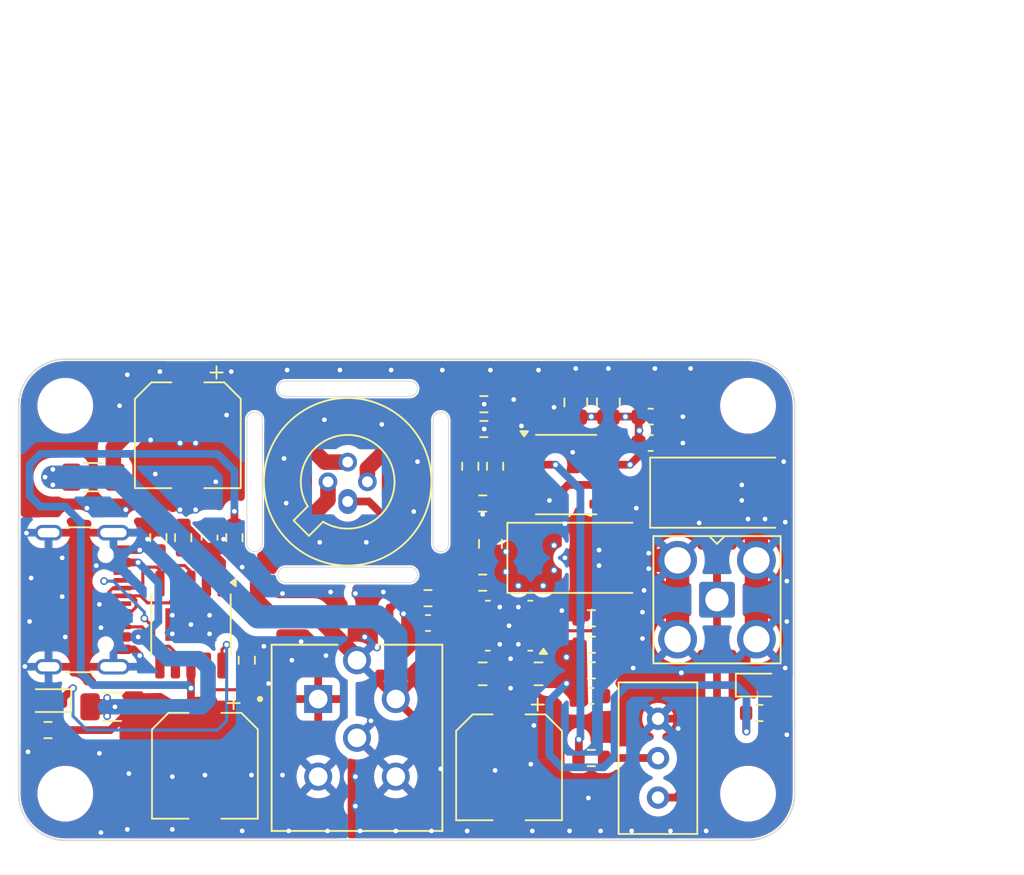
<source format=kicad_pcb>
(kicad_pcb (version 20240108) (generator "pcbnew") (generator_version "8.0")
  (layers (0 "F.Cu" signal) (1 "In1.Cu" signal) (2 "In2.Cu" signal) (31 "B.Cu" signal) (34 "B.Paste" user) (35 "F.Paste" user) (36 "B.SilkS" user "B.Silkscreen") (37 "F.SilkS" user "F.Silkscreen") (38 "B.Mask" user) (39 "F.Mask" user) (44 "Edge.Cuts" user))
  (net 0 "")
  (net 1 "/REFERENCE_VOLTAGE")
  (net 2 "GND")
  (net 3 "+15V")
  (net 4 "PD_VDD")
  (net 5 "GNDP")
  (net 6 "+20V")
  (net 7 "VBUS")
  (net 8 "Net-(D1-A)")
  (net 9 "Net-(D1-K)")
  (net 10 "Net-(F2-Pad1)")
  (net 13 "/USB_DN")
  (net 14 "/USB_DP")
  (net 15 "/USB_CC1")
  (net 16 "/USB_CC2")
  (net 17 "/ZENER_VOLTAGE")
  (net 18 "Net-(U1--)")
  (net 19 "Net-(R6-Pad1)")
  (net 23 "Net-(U2-CFG1)")
  (net 24 "Net-(U2-CFG2)")
  (net 25 "Net-(U2-CFG3)")
  (net 26 "/ZENER_HEATER")
  (net 27 "Net-(U5-NR{slash}SS)")
  (net 28 "Net-(U5-FB)")
  (net 29 "Net-(D2-A)")
  (net 30 "Net-(U5-EN)")
  (footprint "Capacitor_Tantalum_SMD:CP_EIA-7343-31_Kemet-D" (layer "F.Cu") (at 135.9 112.8)
    (property "Reference" "C10" (hide yes))
    (property "Value" "Tantalum 47uF 25V")
  )
  (footprint "Capacitor_SMD:C_0603_1608Metric" (layer "F.Cu") (at 112.3 111.5 -90)
    (property "Reference" "C8" (hide yes))
    (property "Value" "1uF")
  )
  (footprint "Capacitor_SMD:C_0603_1608Metric" (layer "F.Cu") (at 140.725 103.7 180)
    (property "Reference" "C14" (hide yes))
    (property "Value" "1uF")
  )
  (footprint "Resistor_SMD:R_0603_1608Metric" (layer "F.Cu") (at 136.9 120.05)
    (property "Reference" "R12" (hide yes))
    (property "Value" "180k")
  )
  (footprint "Capacitor_SMD:C_0805_2012Metric" (layer "F.Cu") (at 130.4 111.9 -90)
    (property "Reference" "C13" (hide yes))
    (property "Value" "10uF")
  )
  (footprint "Resistor_SMD:R_0603_1608Metric" (layer "F.Cu") (at 130.7 106.9 -90)
    (property "Reference" "R5" (hide yes))
    (property "Value" "R_Trim")
  )
  (footprint "Resistor_SMD:R_0603_1608Metric" (layer "F.Cu") (at 129.9 114.4)
    (property "Reference" "R9" (hide yes))
    (property "Value" "2.2k")
  )
  (footprint "Resistor_SMD:R_0603_1608Metric" (layer "F.Cu") (at 129.975 102.9)
    (property "Reference" "R2" (hide yes))
    (property "Value" "20k 0.01% 15ppm")
  )
  (footprint "Resistor_SMD:R_0603_1608Metric" (layer "F.Cu") (at 113.9 111.5 90)
    (property "Reference" "R21" (hide yes))
    (property "Value" "1k")
  )
  (footprint "Connector_USB:USB_C_Receptacle_GCT_USB4105-xx-A_16P_TopMnt_Horizontal" (layer "F.Cu") (at 103 115.5 -90)
    (property "Reference" "J1" (hide yes))
    (property "Value" "USB_C_Receptacle_USB2.0_16P" (hide yes))
  )
  (footprint "MountingHole:MountingHole_3.2mm_M3_ISO14580" (layer "F.Cu") (at 103 103)
    (property "Reference" "H1" (hide yes))
    (property "Value" "MountingHole" (hide yes))
  )
  (footprint "Package_SO:SSOP-10-1EP_3.9x4.9mm_P1mm_EP2.1x3.3mm" (layer "F.Cu") (at 111.1 117.1 -90)
    (property "Reference" "U2" (hide yes))
    (property "Value" "CH224K" (hide yes))
  )
  (footprint "Capacitor_SMD:C_0603_1608Metric" (layer "F.Cu") (at 136.9 121.7 180)
    (property "Reference" "C4" (hide yes))
    (property "Value" "10nF")
  )
  (footprint "Resistor_SMD:R_0603_1608Metric" (layer "F.Cu") (at 114.7 119.4 -90)
    (property "Reference" "R18" (hide yes))
    (property "Value" "0")
  )
  (footprint "LED_SMD:LED_0603_1608Metric" (layer "F.Cu") (at 101.9 122 180)
    (property "Reference" "D1" (hide yes))
    (property "Value" "LED")
  )
  (footprint "Resistor_SMD:R_0603_1608Metric" (layer "F.Cu") (at 129.9 109.3)
    (property "Reference" "R1" (hide yes))
    (property "Value" "1.5k 0.01% 15ppm")
  )
  (footprint "Resistor_SMD:R_0603_1608Metric" (layer "F.Cu") (at 136.9 125.7 180)
    (property "Reference" "R6" (hide yes))
    (property "Value" "4.99M")
  )
  (footprint "Resistor_SMD:R_0603_1608Metric" (layer "F.Cu") (at 147.7 122.8 180)
    (property "Reference" "R13" (hide yes))
    (property "Value" "10k")
  )
  (footprint "Package_SO:SOIC-8_3.9x4.9mm_P1.27mm" (layer "F.Cu") (at 135.275 107.435)
    (property "Reference" "U1" (hide yes))
    (property "Value" "OPA188xxD" (hide yes))
  )
  (footprint "Resistor_SMD:R_0603_1608Metric" (layer "F.Cu") (at 129.975 104.5 180)
    (property "Reference" "R4" (hide yes))
    (property "Value" "R_Trim")
  )
  (footprint "Potentiometer_THT:Potentiometer_Bourns_3296W_Vertical" (layer "F.Cu") (at 141.2 128.25 -90)
    (property "Reference" "RV1" (hide yes))
    (property "Value" "10k 100ppm")
  )
  (footprint "Fuse:Fuse_1206_3216Metric" (layer "F.Cu") (at 106 122.4)
    (property "Reference" "F2" (hide yes))
    (property "Value" "1A 60V")
  )
  (footprint "Capacitor_SMD:C_0805_2012Metric" (layer "F.Cu") (at 129.9 120.275 180)
    (property "Reference" "C16" (hide yes))
    (property "Value" "10uF")
  )
  (footprint "Resistor_SMD:R_0603_1608Metric" (layer "F.Cu") (at 109 111.5 -90)
    (property "Reference" "R20" (hide yes))
    (property "Value" "0")
  )
  (footprint "MountingHole:MountingHole_3.2mm_M3_ISO14580" (layer "F.Cu") (at 147 128)
    (property "Reference" "H4" (hide yes))
    (property "Value" "MountingHole" (hide yes))
  )
  (footprint "Library:BNX002" (layer "F.Cu") (at 121.8 124.4 90)
    (property "Reference" "FL1" (hide yes))
    (property "Value" "BNX002-11" (hide yes))
  )
  (footprint "LED_SMD:LED_0603_1608Metric" (layer "F.Cu") (at 147.7 121)
    (property "Reference" "D2" (hide yes))
    (property "Value" "LED")
  )
  (footprint "Package_TO_SOT_THT:Analog_TO-46-4_ThermalShield" (layer "F.Cu") (at 121.2 109.17 90)
    (property "Reference" "U4" (hide yes))
    (property "Value" "LM399")
  )
  (footprint "Fuse:Fuse_1206_3216Metric" (layer "F.Cu") (at 104.8 107.6)
    (property "Reference" "F3" (hide yes))
    (property "Value" "0.2A 60V")
  )
  (footprint "Resistor_SMD:R_0603_1608Metric" (layer "F.Cu") (at 129.1 106.9 90)
    (property "Reference" "R3" (hide yes))
    (property "Value" "9k 0.01% 15ppm")
  )
  (footprint "MountingHole:MountingHole_3.2mm_M3_ISO14580" (layer "F.Cu") (at 103 128)
    (property "Reference" "H3" (hide yes))
    (property "Value" "MountingHole" (hide yes))
  )
  (footprint "Connector_Coaxial:SMA_Amphenol_901-143_Horizontal" (layer "F.Cu") (at 145 115.5 -90)
    (property "Reference" "J2" (hide yes))
    (property "Value" "Conn_Coaxial" (hide yes))
  )
  (footprint "Capacitor_SMD:C_0603_1608Metric" (layer "F.Cu") (at 140.725 105.4 180)
    (property "Reference" "C15" (hide yes))
    (property "Value" "1uF")
  )
  (footprint "Resistor_SMD:R_0603_1608Metric" (layer "F.Cu") (at 136.9 116.7 180)
    (property "Reference" "R10" (hide yes))
    (property "Value" "10k")
  )
  (footprint "Resistor_SMD:R_0603_1608Metric" (layer "F.Cu") (at 126.375 115.4 180)
    (property "Reference" "R22" (hide yes))
    (property "Value" "0")
  )
  (footprint "Capacitor_SMD:C_0805_2012Metric" (layer "F.Cu") (at 133.5 120.275)
    (property "Reference" "C3" (hide yes))
    (property "Value" "10uF")
  )
  (footprint "Capacitor_SMD:C_0603_1608Metric" (layer "F.Cu") (at 126.375 117)
    (property "Reference" "C2" (hide yes))
    (property "Value" "10nF")
  )
  (footprint "Capacitor_SMD:C_0805_2012Metric" (layer "F.Cu") (at 135.9 102.785 -90)
    (property "Reference" "C11" (hide yes))
    (property "Value" "10uF")
  )
  (footprint "Resistor_SMD:R_0603_1608Metric" (layer "F.Cu") (at 110.6 111.5 -90)
    (property "Reference" "R19" (hide yes))
    (property "Value" "0")
  )
  (footprint "Capacitor_SMD:CP_Elec_6.3x7.7" (layer "F.Cu") (at 110.9 104.9 -90)
    (property "Reference" "C9" (hide yes))
    (property "Value" "Polymer 47uF 35V")
  )
  (footprint "Capacitor_SMD:CP_Elec_6.3x7.7" (layer "F.Cu") (at 112 126.2 -90)
    (property "Reference" "C17" (hide yes))
    (property "Value" "Polymer 47uF 35V")
  )
  (footprint "Resistor_SMD:R_0603_1608Metric" (layer "F.Cu") (at 136.9 118.4)
    (property "Reference" "R11" (hide yes))
    (property "Value" "330k")
  )
  (footprint "Capacitor_SMD:CP_Elec_6.3x7.7" (layer "F.Cu") (at 131.6 126.3 -90)
    (property "Reference" "C18" (hide yes))
    (property "Value" "Polymer 47uF 35V")
  )
  (footprint "Package_SO:Texas_DGN0008B_VSSOP-8-1EP_3x3mm_P0.65mm_EP2x3mm_Mask1.88x1.98mm" (layer "F.Cu") (at 131.6 117.175 180)
    (property "Reference" "U5" (hide yes))
    (property "Value" "TPS7A4901DGN" (hide yes))
  )
  (footprint "Capacitor_Tantalum_SMD:CP_EIA-7343-31_Kemet-D" (layer "F.Cu") (at 145.1 108.6)
    (property "Reference" "C1" (hide yes))
    (property "Value" "Tantalum 47uF 25V")
  )
  (footprint "Resistor_SMD:R_0603_1608Metric" (layer "F.Cu") (at 101.8875 123.9)
    (property "Reference" "R24" (hide yes))
    (property "Value" "10k")
  )
  (footprint "Capacitor_SMD:C_0805_2012Metric" (layer "F.Cu") (at 138 102.785 -90)
    (property "Reference" "C12" (hide yes))
    (property "Value" "10uF")
  )
  (footprint "MountingHole:MountingHole_3.2mm_M3_ISO14580" (layer "F.Cu") (at 147 103)
    (property "Reference" "H2" (hide yes))
    (property "Value" "MountingHole" (hide yes))
  )
  (gr_poly (pts (xy 127.391342 103.43806) (xy 127.504381 103.503323) (xy 127.596677 103.595619) (xy 127.66194 103.708658) (xy 127.695722 103.834737) (xy 127.7 103.9) (xy 127.7 111.9) (xy 127.695722 111.965263) (xy 127.66194 112.091342) (xy 127.596677 112.204381) (xy 127.504381 112.296677) (xy 127.391342 112.36194) (xy 127.265263 112.395722) (xy 127.134737 112.395722) (xy 127.008658 112.36194) (xy 126.895619 112.296677) (xy 126.803323 112.204381) (xy 126.73806 112.091342) (xy 126.704278 111.965263) (xy 126.7 111.9) (xy 126.7 103.9) (xy 126.704278 103.834737) (xy 126.73806 103.708658) (xy 126.803323 103.595619) (xy 126.895619 103.503323) (xy 127.008658 103.43806) (xy 127.134737 103.404278) (xy 127.265263 103.404278)) (stroke (width 0.05)) (fill none) (layer "Edge.Cuts"))
  (gr_line (start 150 103) (end 150 128) (stroke (width 0.1)) (layer "Edge.Cuts"))
  (gr_poly (pts (xy 125.265263 113.404278) (xy 125.391342 113.43806) (xy 125.504381 113.503323) (xy 125.596677 113.595619) (xy 125.66194 113.708658) (xy 125.695722 113.834737) (xy 125.695722 113.965263) (xy 125.66194 114.091342) (xy 125.596677 114.204381) (xy 125.504381 114.296677) (xy 125.391342 114.36194) (xy 125.265263 114.395722) (xy 125.2 114.4) (xy 117.2 114.4) (xy 117.134737 114.395722) (xy 117.008658 114.36194) (xy 116.895619 114.296677) (xy 116.803323 114.204381) (xy 116.73806 114.091342) (xy 116.704278 113.965263) (xy 116.704278 113.834737) (xy 116.73806 113.708658) (xy 116.803323 113.595619) (xy 116.895619 113.503323) (xy 117.008658 113.43806) (xy 117.134737 113.404278) (xy 117.2 113.4) (xy 125.2 113.4)) (stroke (width 0.05)) (fill none) (layer "Edge.Cuts"))
  (gr_arc (start 103 131) (mid 100.87868 130.12132) (end 100 128) (stroke (width 0.1)) (layer "Edge.Cuts"))
  (gr_poly (pts (xy 125.265263 101.404278) (xy 125.391342 101.43806) (xy 125.504381 101.503323) (xy 125.596677 101.595619) (xy 125.66194 101.708658) (xy 125.695722 101.834737) (xy 125.695722 101.965263) (xy 125.66194 102.091342) (xy 125.596677 102.204381) (xy 125.504381 102.296677) (xy 125.391342 102.36194) (xy 125.265263 102.395722) (xy 125.2 102.4) (xy 117.2 102.4) (xy 117.134737 102.395722) (xy 117.008658 102.36194) (xy 116.895619 102.296677) (xy 116.803323 102.204381) (xy 116.73806 102.091342) (xy 116.704278 101.965263) (xy 116.704278 101.834737) (xy 116.73806 101.708658) (xy 116.803323 101.595619) (xy 116.895619 101.503323) (xy 117.008658 101.43806) (xy 117.134737 101.404278) (xy 117.2 101.4) (xy 125.2 101.4)) (stroke (width 0.05)) (fill none) (layer "Edge.Cuts"))
  (gr_line (start 103 100) (end 147 100) (stroke (width 0.1)) (layer "Edge.Cuts"))
  (gr_arc (start 150 128) (mid 149.12132 130.12132) (end 147 131) (stroke (width 0.1)) (layer "Edge.Cuts"))
  (gr_poly (pts (xy 115.391342 103.43806) (xy 115.504381 103.503323) (xy 115.596677 103.595619) (xy 115.66194 103.708658) (xy 115.695722 103.834737) (xy 115.7 103.9) (xy 115.7 111.9) (xy 115.695722 111.965263) (xy 115.66194 112.091342) (xy 115.596677 112.204381) (xy 115.504381 112.296677) (xy 115.391342 112.36194) (xy 115.265263 112.395722) (xy 115.134737 112.395722) (xy 115.008658 112.36194) (xy 114.895619 112.296677) (xy 114.803323 112.204381) (xy 114.73806 112.091342) (xy 114.704278 111.965263) (xy 114.7 111.9) (xy 114.7 103.9) (xy 114.704278 103.834737) (xy 114.73806 103.708658) (xy 114.803323 103.595619) (xy 114.895619 103.503323) (xy 115.008658 103.43806) (xy 115.134737 103.404278) (xy 115.265263 103.404278)) (stroke (width 0.05)) (fill none) (layer "Edge.Cuts"))
  (gr_line (start 147 131) (end 103 131) (stroke (width 0.1)) (layer "Edge.Cuts"))
  (gr_line (start 100 128) (end 100 103) (stroke (width 0.1)) (layer "Edge.Cuts"))
  (gr_arc (start 100 103) (mid 100.87868 100.87868) (end 103 100) (stroke (width 0.1)) (layer "Edge.Cuts"))
  (gr_arc (start 147 100) (mid 149.12132 100.87868) (end 150 103) (stroke (width 0.1)) (layer "Edge.Cuts"))
  (segment (start 131.7 110.4) (end 134.2 110.4) (width 0.5) (layer "F.Cu") (net 1))
  (segment (start 137.75 108.07) (end 141.4575 108.07) (width 0.5) (layer "F.Cu") (net 1))
  (segment (start 141.4575 108.07) (end 141.9875 108.6) (width 0.5) (layer "F.Cu") (net 1))
  (segment (start 130.7 107.725) (end 130.7 109.275) (width 0.5) (layer "F.Cu") (net 1))
  (segment (start 135.1 109.5) (end 135.1 108.4) (width 0.5) (layer "F.Cu") (net 1))
  (segment (start 141.9875 108.6) (end 144.4 108.6) (width 0.5) (layer "F.Cu") (net 1))
  (segment (start 145 123) (end 143 125) (width 0.5) (layer "F.Cu") (net 1))
  (segment (start 145 113.7) (end 145 115.5) (width 0.5) (layer "F.Cu") (net 1))
  (segment (start 130.725 109.425) (end 131.7 110.4) (width 0.5) (layer "F.Cu") (net 1))
  (segment (start 144.4 108.6) (end 145 109.2) (width 0.5) (layer "F.Cu") (net 1))
  (segment (start 129.1 107.725) (end 130.7 107.725) (width 0.5) (layer "F.Cu") (net 1))
  (segment (start 130.725 109.3) (end 130.875 109.3) (width 0.5) (layer "F.Cu") (net 1))
  (segment (start 145 109.2) (end 145 113.7) (width 0.5) (layer "F.Cu") (net 1))
  (segment (start 135.1 108.4) (end 135.4 108.1) (width 0.5) (layer "F.Cu") (net 1))
  (segment (start 143 127.6) (end 142.35 128.25) (width 0.5) (layer "F.Cu") (net 1))
  (segment (start 134.2 110.4) (end 135.1 109.5) (width 0.5) (layer "F.Cu") (net 1))
  (segment (start 130.725 109.3) (end 130.725 109.425) (width 0.5) (layer "F.Cu") (net 1))
  (segment (start 142.35 128.25) (end 141.2 128.25) (width 0.5) (layer "F.Cu") (net 1))
  (segment (start 145 113.7) (end 145 123) (width 0.5) (layer "F.Cu") (net 1))
  (segment (start 143 125) (end 143 127.6) (width 0.5) (layer "F.Cu") (net 1))
  (segment (start 130.7 109.275) (end 130.725 109.3) (width 0.5) (layer "F.Cu") (net 1))
  (segment (start 137.72 108.1) (end 137.75 108.07) (width 0.5) (layer "F.Cu") (net 1))
  (segment (start 135.4 108.1) (end 137.72 108.1) (width 0.5) (layer "F.Cu") (net 1))
  (segment (start 122.47 107.9) (end 122.47 107.04223) (width 1) (layer "F.Cu") (net 2))
  (segment (start 141.5 105.4) (end 142.8 105.4) (width 0.5) (layer "F.Cu") (net 2))
  (segment (start 125.4 117) (end 124.8 116.4) (width 0.5) (layer "F.Cu") (net 2))
  (segment (start 128.95 102.7) (end 129.15 102.9) (width 1) (layer "F.Cu") (net 2))
  (segment (start 143.7 119.28) (end 142.46 118.04) (width 0.5) (layer "F.Cu") (net 2))
  (segment (start 116.2 116.4) (end 119 116.4) (width 1) (layer "F.Cu") (net 2))
  (segment (start 142.46 112.96) (end 142.46 118.04) (width 1.5) (layer "F.Cu") (net 2))
  (segment (start 147.54 109.2725) (end 148.2125 108.6) (width 1.5) (layer "F.Cu") (net 2))
  (segment (start 132.8 109.34) (end 133.96 109.34) (width 0.5) (layer "F.Cu") (net 2))
  (segment (start 122.47 107.04223) (end 126.81223 102.7) (width 1) (layer "F.Cu") (net 2))
  (segment (start 143.7 122.3) (end 143.7 119.28) (width 0.5) (layer "F.Cu") (net 2))
  (segment (start 129.9 110.45) (end 130.4 110.95) (width 0.5) (layer "F.Cu") (net 2))
  (segment (start 142.83 123.17) (end 143.7 122.3) (width 0.5) (layer "F.Cu") (net 2))
  (segment (start 146.9125 118.6675) (end 147.54 118.04) (width 0.5) (layer "F.Cu") (net 2))
  (segment (start 129.9 110) (end 129.9 110.45) (width 0.5) (layer "F.Cu") (net 2))
  (segment (start 125.6 117) (end 125.4 117) (width 0.5) (layer "F.Cu") (net 2))
  (segment (start 141.5 103.7) (end 142.8 103.7) (width 0.5) (layer "F.Cu") (net 2))
  (segment (start 121.8 119.2) (end 121.8 119.4) (width 1) (layer "F.Cu") (net 2))
  (segment (start 119 116.4) (end 121.8 119.2) (width 1) (layer "F.Cu") (net 2))
  (segment (start 129.15 102.9) (end 129.15 104.5) (width 1) (layer "F.Cu") (net 2))
  (segment (start 135.575 116.2) (end 136.075 116.7) (width 0.5) (layer "F.Cu") (net 2))
  (segment (start 115.4 115.6) (end 116.2 116.4) (width 1) (layer "F.Cu") (net 2))
  (segment (start 115.4 113.6) (end 115.4 115.6) (width 1) (layer "F.Cu") (net 2))
  (segment (start 133.96 109.34) (end 134.2 109.1) (width 0.5) (layer "F.Cu") (net 2))
  (segment (start 133.8 116.2) (end 135.575 116.2) (width 0.5) (layer "F.Cu") (net 2))
  (segment (start 146.9125 121) (end 146.9125 118.6675) (width 0.5) (layer "F.Cu") (net 2))
  (segment (start 147.54 112.96) (end 147.54 109.2725) (width 1.5) (layer "F.Cu") (net 2))
  (segment (start 138 101.835) (end 138 100.6) (width 0.5) (layer "F.Cu") (net 2))
  (segment (start 142.46 112.96) (end 139.1725 112.96) (width 1.5) (layer "F.Cu") (net 2))
  (segment (start 147.54 118.04) (end 147.54 112.96) (width 1.5) (layer "F.Cu") (net 2))
  (segment (start 119.93 109.07) (end 115.4 113.6) (width 1) (layer "F.Cu") (net 2))
  (segment (start 148.2125 108.6) (end 146.6 108.6) (width 1.5) (layer "F.Cu") (net 2))
  (segment (start 126.81223 102.7) (end 128.95 102.7) (width 1) (layer "F.Cu") (net 2))
  (segment (start 129.15 102.9) (end 130 102.9) (width 0.5) (layer "F.Cu") (net 2))
  (segment (start 119.93 107.9) (end 119.93 109.07) (width 1) (layer "F.Cu") (net 2))
  (segment (start 129.15 104.5) (end 130 104.5) (width 0.5) (layer "F.Cu") (net 2))
  (segment (start 141.2 123.17) (end 142.83 123.17) (width 0.5) (layer "F.Cu") (net 2))
  (segment (start 110.9 107.6) (end 110.9 105.5) (width 1) (layer "F.Cu") (net 2))
  (segment (start 110.9 107.6) (end 110.9 109.5) (width 1) (layer "F.Cu") (net 2))
  (segment (start 139.0125 112.8) (end 137.4 112.8) (width 1.5) (layer "F.Cu") (net 2))
  (segment (start 135.9 101.835) (end 135.9 100.6) (width 0.5) (layer "F.Cu") (net 2))
  (segment (start 139.1725 112.96) (end 139.0125 112.8) (width 1.5) (layer "F.Cu") (net 2))
  (via (at 123.090327 118.581997) (size 0.5) (drill 0.3) (layers "F.Cu" "B.Cu") (net 2))
  (via (at 107 101) (size 0.5) (drill 0.3) (layers "F.Cu" "B.Cu") (net 2))
  (via (at 132.4 104.3) (size 0.5) (drill 0.3) (layers "F.Cu" "B.Cu") (net 2))
  (via (at 106.5 103) (size 0.5) (drill 0.3) (layers "F.Cu" "B.Cu") (net 2))
  (via (at 121.7 126.9) (size 0.5) (drill 0.3) (layers "F.Cu" "B.Cu") (net 2))
  (via (at 130 104.5) (size 0.5) (drill 0.3) (layers "F.Cu" "B.Cu") (net 2))
  (via (at 125.7 106.6) (size 0.5) (drill 0.3) (layers "F.Cu" "B.Cu") (net 2))
  (via (at 133.5 100.7) (size 0.5) (drill 0.3) (layers "F.Cu" "B.Cu") (net 2))
  (via (at 142.8 103.7) (size 0.5) (drill 0.3) (layers "F.Cu" "B.Cu") (net 2))
  (via (at 138 100.6) (size 0.5) (drill 0.3) (layers "F.Cu" "B.Cu") (net 2))
  (via (at 113.7 100.8) (size 0.5) (drill 0.3) (layers "F.Cu" "B.Cu") (net 2))
  (via (at 140.3 114.9) (size 0.5) (drill 0.3) (layers "F.Cu" "B.Cu") (net 2))
  (via (at 108.8 107.4) (size 0.5) (drill 0.3) (layers "F.Cu" "B.Cu") (net 2))
  (via (at 149.5 116.9) (size 0.5) (drill 0.3) (layers "F.Cu" "B.Cu") (net 2))
  (via (at 139.8 109.6) (size 0.5) (drill 0.3) (layers "F.Cu" "B.Cu") (net 2))
  (via (at 149.3 106.6) (size 0.5) (drill 0.3) (layers "F.Cu" "B.Cu") (net 2))
  (via (at 134.2 109.1) (size 0.5) (drill 0.3) (layers "F.Cu" "B.Cu") (net 2))
  (via (at 142.7 120.2) (size 0.5) (drill 0.3) (layers "F.Cu" "B.Cu") (net 2))
  (via (at 143.3 100.6) (size 0.5) (drill 0.3) (layers "F.Cu" "B.Cu") (net 2))
  (via (at 147 110.3) (size 0.5) (drill 0.3) (layers "F.Cu" "B.Cu") (net 2))
  (via (at 140.2 118) (size 0.5) (drill 0.3) (layers "F.Cu" "B.Cu") (net 2))
  (via (at 104.4 109.6) (size 0.5) (drill 0.3) (layers "F.Cu" "B.Cu") (net 2))
  (via (at 137.4 112.3) (size 0.5) (drill 0.3) (layers "F.Cu" "B.Cu") (net 2))
  (via (at 141 100.6) (size 0.5) (drill 0.3) (layers "F.Cu" "B.Cu") (net 2))
  (via (at 135.2 112.8) (size 0.5) (drill 0.3) (layers "F.Cu" "B.Cu") (net 2))
  (via (at 132.2 115.975) (size 0.5) (drill 0.3) (layers "F.Cu" "B.Cu") (net 2))
  (via (at 127.2 126.4) (size 0.5) (drill 0.3) (layers "F.Cu" "B.Cu") (net 2))
  (via (at 134.5 103.1) (size 0.5) (drill 0.3) (layers "F.Cu" "B.Cu") (net 2))
  (via (at 143.850247 110.550862) (size 0.5) (drill 0.3) (layers "F.Cu" "B.Cu") (net 2))
  (via (at 140.2 116.3) (size 0.5) (drill 0.3) (layers "F.Cu" "B.Cu") (net 2))
  (via (at 131.7 119.3) (size 0.5) (drill 0.3) (layers "F.Cu" "B.Cu") (net 2))
  (via (at 146.6 109.1) (size 0.5) (drill 0.3) (layers "F.Cu" "B.Cu") (net 2))
  (via (at 125.460503 109.816251) (size 0.5) (drill 0.3) (layers "F.Cu" "B.Cu") (net 2))
  (via (at 135.2 110.6) (size 0.5) (drill 0.3) (layers "F.Cu" "B.Cu") (net 2))
  (via (at 139.5 130.4) (size 0.5) (drill 0.3) (layers "F.Cu" "B.Cu") (net 2))
  (via (at 132.2 118.375) (size 0.5) (drill 0.3) (layers "F.Cu" "B.Cu") (net 2))
  (via (at 124.8 116.4) (size 0.5) (drill 0.3) (layers "F.Cu" "B.Cu") (net 2))
  (via (at 112.7 107.9) (size 0.5) (drill 0.3) (layers "F.Cu" "B.Cu") (net 2))
  (via (at 131 118.375) (size 0.5) (drill 0.3) (layers "F.Cu" "B.Cu") (net 2))
  (via (at 128.9 130.4) (size 0.5) (drill 0.3) (layers "F.Cu" "B.Cu") (net 2))
  (via (at 110.4 105.4) (size 0.5) (drill 0.3) (layers "F.Cu" "B.Cu") (net 2))
  (via (at 121.7 115.1) (size 0.5) (drill 0.3) (layers "F.Cu" "B.Cu") (net 2))
  (via (at 149.4 110.5) (size 0.5) (drill 0.3) (layers "F.Cu" "B.Cu") (net 2))
  (via (at 130.7 126.5) (size 0.5) (drill 0.3) (layers "F.Cu" "B.Cu") (net 2))
  (via (at 137.5 130.4) (size 0.5) (drill 0.3) (layers "F.Cu" "B.Cu") (net 2))
  (via (at 149.4 119.9) (size 0.5) (drill 0.3) (layers "F.Cu" "B.Cu") (net 2))
  (via (at 140.6 113.5) (size 0.5) (drill 0.3) (layers "F.Cu" "B.Cu") (net 2))
  (via (at 113.4 103.6) (size 0.5) (drill 0.3) (layers "F.Cu" "B.Cu") (net 2))
  (via (at 148.1 110.3) (size 0.5) (drill 0.3) (layers "F.Cu" "B.Cu") (net 2))
  (via (at 142.5 123.8) (size 0.5) (drill 0.3) (layers "F.Cu" "B.Cu") (net 2))
  (via (at 142.8 105.4) (size 0.5) (drill 0.3) (layers "F.Cu" "B.Cu") (net 2))
  (via (at 119.7 103.9) (size 0.5) (drill 0.3) (layers "F.Cu" "B.Cu") (net 2))
  (via (at 149.5 114.3) (size 0.5) (drill 0.3) (layers "F.Cu" "B.Cu") (net 2))
  (via (at 124.3 130.4) (size 0.5) (drill 0.3) (layers "F.Cu" "B.Cu") (net 2))
  (via (at 135 116.2) (size 0.5) (drill 0.3) (layers "F.Cu" "B.Cu") (net 2))
  (via (at 123.4 104.2) (size 0.5) (drill 0.3) (layers "F.Cu" "B.Cu") (net 2))
  (via (at 123.5 115) (size 0.5) (drill 0.3) (layers "F.Cu" "B.Cu") (net 2))
  (via (at 139.6 119.9) (size 0.5) (drill 0.3) (layers "F.Cu" "B.Cu") (net 2))
  (via (at 122.7 123.3) (size 0.5) (drill 0.3) (layers "F.Cu" "B.Cu") (net 2))
  (via (at 121.7 128.8) (size 0.5) (drill 0.3) (layers "F.Cu" "B.Cu") (net 2))
  (via (at 133.2 123.6) (size 0.5) (drill 0.3) (layers "F.Cu" "B.Cu") (net 2))
  (via (at 135.9 100.6) (size 0.5) (drill 0.3) (layers "F.Cu" "B.Cu") (net 2))
  (via (at 111.4 109.7) (size 0.5) (drill 0.3) (layers "F.Cu" "B.Cu") (net 2))
  (via (at 122.4 111.8) (size 0.5) (drill 0.3) (layers "F.Cu" "B.Cu") (net 2))
  (via (at 117.238965 109.274377) (size 0.5) (drill 0.3) (layers "F.Cu" "B.Cu") (net 2))
  (via (at 149.5 124.2) (size 0.5) (drill 0.3) (layers "F.Cu" "B.Cu") (net 2))
  (via (at 129.9 110) (size 0.5) (drill 0.3) (layers "F.Cu" "B.Cu") (net 2))
  (via (at 136.714993 128.27586) (size 0.5) (drill 0.3) (layers "F.Cu" "B.Cu") (net 2))
  (via (at 131.9 102.6) (size 0.5) (drill 0.3) (layers "F.Cu" "B.Cu") (net 2))
  (via (at 124 100.7) (size 0.5) (drill 0.3) (layers "F.Cu" "B.Cu") (net 2))
  (via (at 140.6 112.5) (size 0.5) (drill 0.3) (layers "F.Cu" "B.Cu") (net 2))
  (via (at 144.3 130.4) (size 0.5) (drill 0.3) (layers "F.Cu" "B.Cu") (net 2))
  (via (at 135.7 106) (size 0.5) (drill 0.3) (layers "F.Cu" "B.Cu") (net 2))
  (via (at 131.6 117.175) (size 0.5) (drill 0.3) (layers "F.Cu" "B.Cu") (net 2))
  (via (at 111.4 105.4) (size 0.5) (drill 0.3) (layers "F.Cu" "B.Cu") (net 2))
  (via (at 142 130.4) (size 0.5) (drill 0.3) (layers "F.Cu" "B.Cu") (net 2))
  (via (at 127.3 100.7) (size 0.5) (drill 0.3) (layers "F.Cu" "B.Cu") (net 2))
  (via (at 133.1 130.4) (size 0.5) (drill 0.3) (layers "F.Cu" "B.Cu") (net 2))
  (via (at 133 126.1) (size 0.5) (drill 0.3) (layers "F.Cu" "B.Cu") (net 2))
  (via (at 146.6 108.1) (size 0.5) (drill 0.3) (layers "F.Cu" "B.Cu") (net 2))
  (via (at 137.4 113.3) (size 0.5) (drill 0.3) (layers "F.Cu" "B.Cu") (net 2))
  (via (at 117.1 106.4) (size 0.5) (drill 0.3) (layers "F.Cu" "B.Cu") (net 2))
  (via (at 131.7 121.2) (size 0.5) (drill 0.3) (layers "F.Cu" "B.Cu") (net 2))
  (via (at 131 115.975) (size 0.5) (drill 0.3) (layers "F.Cu" "B.Cu") (net 2))
  (via (at 122 130.4) (size 0.5) (drill 0.3) (layers "F.Cu" "B.Cu") (net 2))
  (via (at 108.5 105.2) (size 0.5) (drill 0.3) (layers "F.Cu" "B.Cu") (net 2))
  (via (at 130 102.9) (size 0.5) (drill 0.3) (layers "F.Cu" "B.Cu") (net 2))
  (via (at 126.6 130.4) (size 0.5) (drill 0.3) (layers "F.Cu" "B.Cu") (net 2))
  (via (at 119.4 111.8) (size 0.5) (drill 0.3) (layers "F.Cu" "B.Cu") (net 2))
  (via (at 106.9 109.7) (size 0.5) (drill 0.3) (layers "F.Cu" "B.Cu") (net 2))
  (via (at 120.7 100.7) (size 0.5) (drill 0.3) (layers "F.Cu" "B.Cu") (net 2))
  (via (at 135.5 130.4) (size 0.5) (drill 0.3) (layers "F.Cu" "B.Cu") (net 2))
  (via (at 130.4 100.7) (size 0.5) (drill 0.3) (layers "F.Cu" "B.Cu") (net 2))
  (via (at 109.1 100.8) (size 0.5) (drill 0.3) (layers "F.Cu" "B.Cu") (net 2))
  (via (at 110.4 109.7) (size 0.5) (drill 0.3) (layers "F.Cu" "B.Cu") (net 2))
  (via (at 117.3 100.7) (size 0.5) (drill 0.3) (layers "F.Cu" "B.Cu") (net 2))
  (via (at 122.3 117.9) (size 0.5) (drill 0.3) (layers "F.Cu" "B.Cu") (net 2))
  (segment (start 135.935 103.7) (end 135.9 103.735) (width 0.5) (layer "F.Cu") (net 3))
  (segment (start 137.75 106.8) (end 139.4 106.8) (width 0.5) (layer "F.Cu") (net 3))
  (segment (start 139.95 103.7) (end 135.935 103.7) (width 0.5) (layer "F.Cu") (net 3))
  (segment (start 139.95 106.25) (end 139.95 103.7) (width 0.5) (layer "F.Cu") (net 3))
  (segment (start 146.875 122.8) (end 146.875 123.975) (width 0.5) (layer "F.Cu") (net 3))
  (segment (start 139.4 106.8) (end 139.95 106.25) (width 0.5) (layer "F.Cu") (net 3))
  (segment (start 146.875 123.975) (end 146.9 124) (width 0.5) (layer "F.Cu") (net 3))
  (via (at 131.4 113.7) (size 0.5) (drill 0.3) (layers "F.Cu" "B.Cu") (net 3))
  (via (at 134.5 112) (size 0.5) (drill 0.3) (layers "F.Cu" "B.Cu") (net 3))
  (via (at 134.5 113.6) (size 0.5) (drill 0.3) (layers "F.Cu" "B.Cu") (net 3))
  (via (at 139.4 106.8) (size 0.5) (drill 0.3) (layers "F.Cu" "B.Cu") (net 3))
  (via (at 131.4 112.4) (size 0.5) (drill 0.3) (layers "F.Cu" "B.Cu") (net 3))
  (via (at 135.3 120.9) (size 0.5) (drill 0.3) (layers "F.Cu" "B.Cu") (net 3))
  (via (at 146.9 124) (size 0.5) (drill 0.3) (layers "F.Cu" "B.Cu") (net 3))
  (via (at 140 104.6) (size 0.5) (drill 0.3) (layers "F.Cu" "B.Cu") (net 3))
  (via (at 133.8 114.6) (size 0.5) (drill 0.3) (layers "F.Cu" "B.Cu") (net 3))
  (via (at 135.3 119.2) (size 0.5) (drill 0.3) (layers "F.Cu" "B.Cu") (net 3))
  (via (at 132.2 114.6) (size 0.5) (drill 0.3) (layers "F.Cu" "B.Cu") (net 3))
  (via (at 139.1 103.7) (size 0.5) (drill 0.3) (layers "F.Cu" "B.Cu") (net 3))
  (via (at 136.9 103.7) (size 0.5) (drill 0.3) (layers "F.Cu" "B.Cu") (net 3))
  (segment (start 134.2 122) (end 134.2 125.5) (width 0.5) (layer "B.Cu") (net 3))
  (segment (start 138.4 125.6) (end 138.4 121.8) (width 0.5) (layer "B.Cu") (net 3))
  (segment (start 135.3 120.9) (end 134.2 122) (width 0.5) (layer "B.Cu") (net 3))
  (segment (start 134.2 125.5) (end 135 126.3) (width 0.5) (layer "B.Cu") (net 3))
  (segment (start 146.2 121) (end 146.9 121.7) (width 0.5) (layer "B.Cu") (net 3))
  (segment (start 139.2 121) (end 146.2 121) (width 0.5) (layer "B.Cu") (net 3))
  (segment (start 135 126.3) (end 137.7 126.3) (width 0.5) (layer "B.Cu") (net 3))
  (segment (start 146.9 121.7) (end 146.9 124) (width 0.5) (layer "B.Cu") (net 3))
  (segment (start 138.4 121.8) (end 139.2 121) (width 0.5) (layer "B.Cu") (net 3))
  (segment (start 137.7 126.3) (end 138.4 125.6) (width 0.5) (layer "B.Cu") (net 3))
  (segment (start 112.35 112.325) (end 112.3 112.275) (width 0.5) (layer "F.Cu") (net 4))
  (segment (start 113.1 113.075) (end 112.3 112.275) (width 0.5) (layer "F.Cu") (net 4))
  (segment (start 113.1 114.4625) (end 113.1 113.075) (width 0.5) (layer "F.Cu") (net 4))
  (segment (start 110.6 110.675) (end 110.7 110.675) (width 0.5) (layer "F.Cu") (net 4))
  (segment (start 113.9 112.325) (end 112.35 112.325) (width 0.5) (layer "F.Cu") (net 4))
  (segment (start 110.7 110.675) (end 112.3 112.275) (width 0.5) (layer "F.Cu") (net 4))
  (segment (start 113.175 111.6) (end 112.3 110.725) (width 0.5) (layer "F.Cu") (net 5))
  (segment (start 107.4 118.7) (end 107.8 119.1) (width 0.5) (layer "F.Cu") (net 5))
  (segment (start 106.68 112.3) (end 107.8 112.3) (width 0.5) (layer "F.Cu") (net 5))
  (segment (start 108.3 111.6) (end 109 110.9) (width 0.5) (layer "F.Cu") (net 5))
  (segment (start 106.68 118.7) (end 107.4 118.7) (width 0.5) (layer "F.Cu") (net 5))
  (segment (start 115.725 118.575) (end 115.8 118.5) (width 0.5) (layer "F.Cu") (net 5))
  (segment (start 114.7 118.575) (end 115.725 118.575) (width 0.5) (layer "F.Cu") (net 5))
  (segment (start 113.2 111.6) (end 113.175 111.6) (width 0.5) (layer "F.Cu") (net 5))
  (segment (start 109 110.9) (end 109 110.675) (width 0.5) (layer "F.Cu") (net 5))
  (via (at 112.3 117.7) (size 0.5) (drill 0.3) (layers "F.Cu" "B.Cu") (net 5))
  (via (at 111.1 117.1) (size 0.5) (drill 0.3) (layers "F.Cu" "B.Cu") (net 5))
  (via (at 100.4 119.8) (size 0.5) (drill 0.3) (layers "F.Cu" "B.Cu") (net 5))
  (via (at 117.4 130.4) (size 0.5) (drill 0.3) (layers "F.Cu" "B.Cu") (net 5))
  (via (at 117 126.8) (size 0.5) (drill 0.3) (layers "F.Cu" "B.Cu") (net 5))
  (via (at 117 115.1) (size 0.5) (drill 0.3) (layers "F.Cu" "B.Cu") (net 5))
  (via (at 118.2 118.2) (size 0.5) (drill 0.3) (layers "F.Cu" "B.Cu") (net 5))
  (via (at 108.3 111.6) (size 0.5) (drill 0.3) (layers "F.Cu" "B.Cu") (net 5))
  (via (at 105.3 130.5) (size 0.5) (drill 0.3) (layers "F.Cu" "B.Cu") (net 5))
  (via (at 119.8 119.1) (size 0.5) (drill 0.3) (layers "F.Cu" "B.Cu") (net 5))
  (via (at 107 130.3) (size 0.5) (drill 0.3) (layers "F.Cu" "B.Cu") (net 5))
  (via (at 113.2 111.6) (size 0.5) (drill 0.3) (layers "F.Cu" "B.Cu") (net 5))
  (via (at 114.4 113.4) (size 0.5) (drill 0.3) (layers "F.Cu" "B.Cu") (net 5))
  (via (at 109.9 130.3) (size 0.5) (drill 0.3) (layers "F.Cu" "B.Cu") (net 5))
  (via (at 115 126.8) (size 0.5) (drill 0.3) (layers "F.Cu" "B.Cu") (net 5))
  (via (at 102.8 112.8) (size 0.5) (drill 0.3) (layers "F.Cu" "B.Cu") (net 5))
  (via (at 100.7 116.9) (size 0.5) (drill 0.3) (layers "F.Cu" "B.Cu") (net 5))
  (via (at 105.2 125.4) (size 0.5) (drill 0.3) (layers "F.Cu" "B.Cu") (net 5))
  (via (at 105 113.3) (size 0.5) (drill 0.3) (layers "F.Cu" "B.Cu") (net 5))
  (via (at 102.8 115.3) (size 0.5) (drill 0.3) (layers "F.Cu" "B.Cu") (net 5))
  (via (at 109.9 116.5) (size 0.5) (drill 0.3) (layers "F.Cu" "B.Cu") (net 5))
  (via (at 116.1 120.9) (size 0.5) (drill 0.3) (layers "F.Cu" "B.Cu") (net 5))
  (via (at 112.3 116.5) (size 0.5) (drill 0.3) (layers "F.Cu" "B.Cu") (net 5))
  (via (at 107.8 112.3) (size 0.5) (drill 0.3) (layers "F.Cu" "B.Cu") (net 5))
  (via (at 100.6 125.3) (size 0.5) (drill 0.3) (layers "F.Cu" "B.Cu") (net 5))
  (via (at 103 117.9) (size 0.5) (drill 0.3) (layers "F.Cu" "B.Cu") (net 5))
  (via (at 114.4 130.4) (size 0.5) (drill 0.3) (layers "F.Cu" "B.Cu") (net 5))
  (via (at 107.1 126.7) (size 0.5) (drill 0.3) (layers "F.Cu" "B.Cu") (net 5))
  (via (at 105.3 117.3) (size 0.5) (drill 0.3) (layers "F.Cu" "B.Cu") (net 5))
  (via (at 109.9 117.7) (size 0.5) (drill 0.3) (layers "F.Cu" "B.Cu") (net 5))
  (via (at 100.8 114.1) (size 0.5) (drill 0.3) (layers "F.Cu" "B.Cu") (net 5))
  (via (at 109.9 126.9) (size 0.5) (drill 0.3) (layers "F.Cu" "B.Cu") (net 5))
  (via (at 117.6 119.4) (size 0.5) (drill 0.3) (layers "F.Cu" "B.Cu") (net 5))
  (via (at 119.9 130.4) (size 0.5) (drill 0.3) (layers "F.Cu" "B.Cu") (net 5))
  (via (at 107.8 119.1) (size 0.5) (drill 0.3) (layers "F.Cu" "B.Cu") (net 5))
  (via (at 115.8 118.5) (size 0.5) (drill 0.3) (layers "F.Cu" "B.Cu") (net 5))
  (via (at 100.5 111.2) (size 0.5) (drill 0.3) (layers "F.Cu" "B.Cu") (net 5))
  (via (at 120.1 115) (size 0.5) (drill 0.3) (layers "F.Cu" "B.Cu") (net 5))
  (via (at 112 126.8) (size 0.5) (drill 0.3) (layers "F.Cu" "B.Cu") (net 5))
  (via (at 105.2 115.8) (size 0.5) (drill 0.3) (layers "F.Cu" "B.Cu") (net 5))
  (segment (start 123.9 116) (end 123.9 121.5) (width 0.5) (layer "F.Cu") (net 6))
  (segment (start 124 116) (end 123.9 116) (width 0.5) (layer "F.Cu") (net 6))
  (segment (start 103.4 107.6) (end 102.2 107.6) (width 1.5) (layer "F.Cu") (net 6))
  (segment (start 124.6 115.4) (end 124 116) (width 0.5) (layer "F.Cu") (net 6))
  (segment (start 125.55 115.4) (end 124.6 115.4) (width 0.5) (layer "F.Cu") (net 6))
  (segment (start 123.9 121.5) (end 124.3 121.9) (width 0.5) (layer "F.Cu") (net 6))
  (via (at 101.7 107.6) (size 0.5) (drill 0.3) (layers "F.Cu" "B.Cu") (net 6))
  (via (at 102.2 107.1) (size 0.5) (drill 0.3) (layers "F.Cu" "B.Cu") (net 6))
  (via (at 102.2 108.1) (size 0.5) (drill 0.3) (layers "F.Cu" "B.Cu") (net 6))
  (segment (start 124.3 117.8) (end 123.1 116.6) (width 1.5) (layer "B.Cu") (net 6))
  (segment (start 115.4 116.6) (end 106.4 107.6) (width 1.5) (layer "B.Cu") (net 6))
  (segment (start 124.3 121.9) (end 124.3 117.8) (width 1.5) (layer "B.Cu") (net 6))
  (segment (start 123.1 116.6) (end 115.4 116.6) (width 1.5) (layer "B.Cu") (net 6))
  (segment (start 106.4 107.6) (end 102.2 107.6) (width 1.5) (layer "B.Cu") (net 6))
  (segment (start 102.7125 123.9) (end 105.9 123.9) (width 0.5) (layer "F.Cu") (net 7))
  (segment (start 113.9 110.675) (end 113.9 109.8) (width 0.5) (layer "F.Cu") (net 7))
  (segment (start 111.1 119.7375) (end 111.1 122.6) (width 0.5) (layer "F.Cu") (net 7))
  (segment (start 105.9 123.9) (end 107.4 122.4) (width 0.5) (layer "F.Cu") (net 7))
  (segment (start 111.1 122.6) (end 112 123.5) (width 0.5) (layer "F.Cu") (net 7))
  (via (at 111.1 121.2) (size 0.5) (drill 0.3) (layers "F.Cu" "B.Cu") (net 7))
  (via (at 113.9 109.8) (size 0.5) (drill 0.3) (layers "F.Cu" "B.Cu") (net 7))
  (segment (start 100.7 108.8) (end 100.7 106.8) (width 0.5) (layer "B.Cu") (net 7))
  (segment (start 110.9 121) (end 104.8 121) (width 0.5) (layer "B.Cu") (net 7))
  (segment (start 104.8 121) (end 104 120.2) (width 0.5) (layer "B.Cu") (net 7))
  (segment (start 101.4 109.5) (end 100.7 108.8) (width 0.5) (layer "B.Cu") (net 7))
  (segment (start 104 120.2) (end 104 110.5) (width 0.5) (layer "B.Cu") (net 7))
  (segment (start 103 109.5) (end 101.4 109.5) (width 0.5) (layer "B.Cu") (net 7))
  (segment (start 100.7 106.8) (end 101.4 106.1) (width 0.5) (layer "B.Cu") (net 7))
  (segment (start 111.1 121.2) (end 110.9 121) (width 0.5) (layer "B.Cu") (net 7))
  (segment (start 101.4 106.1) (end 112.8 106.1) (width 0.5) (layer "B.Cu") (net 7))
  (segment (start 113.9 107.2) (end 113.9 109.8) (width 0.5) (layer "B.Cu") (net 7))
  (segment (start 112.8 106.1) (end 113.9 107.2) (width 0.5) (layer "B.Cu") (net 7))
  (segment (start 104 110.5) (end 103 109.5) (width 0.5) (layer "B.Cu") (net 7))
  (segment (start 101.0625 122.05) (end 101.1125 122) (width 0.5) (layer "F.Cu") (net 8))
  (segment (start 101.0625 123.9) (end 101.0625 122.05) (width 0.5) (layer "F.Cu") (net 8))
  (segment (start 113.1 119.7375) (end 113.1 118.7) (width 0.2) (layer "F.Cu") (net 9))
  (segment (start 102.6875 122) (end 102.7 122) (width 0.5) (layer "F.Cu") (net 9))
  (segment (start 102.7 122) (end 103.5 121.2) (width 0.5) (layer "F.Cu") (net 9))
  (segment (start 113.1 118.7) (end 113.4 118.4) (width 0.2) (layer "F.Cu") (net 9))
  (via (at 113.4 118.4) (size 0.5) (drill 0.3) (layers "F.Cu" "B.Cu") (net 9))
  (via (at 103.5 121.2) (size 0.5) (drill 0.3) (layers "F.Cu" "B.Cu") (net 9))
  (segment (start 112.8 123.9) (end 104.4 123.9) (width 0.2) (layer "B.Cu") (net 9))
  (segment (start 103.5 123) (end 103.5 121.2) (width 0.2) (layer "B.Cu") (net 9))
  (segment (start 113.4 118.4) (end 113.4 123.3) (width 0.2) (layer "B.Cu") (net 9))
  (segment (start 104.4 123.9) (end 103.5 123) (width 0.2) (layer "B.Cu") (net 9))
  (segment (start 113.4 123.3) (end 112.8 123.9) (width 0.2) (layer "B.Cu") (net 9))
  (segment (start 106.68 117.9) (end 107.7 117.9) (width 0.5) (layer "F.Cu") (net 10))
  (segment (start 106.68 113.1) (end 107.7 113.1) (width 0.5) (layer "F.Cu") (net 10))
  (segment (start 104.6 122.4) (end 105.9 122.4) (width 1) (layer "F.Cu") (net 10))
  (via (at 106.2 122.4) (size 0.5) (drill 0.3) (layers "F.Cu" "B.Cu") (net 10))
  (via (at 105.7 121.827) (size 0.5) (drill 0.3) (layers "F.Cu" "B.Cu") (net 10))
  (via (at 107.7 113.1) (size 0.5) (drill 0.3) (layers "F.Cu" "B.Cu") (net 10))
  (via (at 107.7 117.9) (size 0.5) (drill 0.3) (layers "F.Cu" "B.Cu") (net 10))
  (via (at 105.7 123) (size 0.5) (drill 0.3) (layers "F.Cu" "B.Cu") (net 10))
  (segment (start 109.6 119.3) (end 111.6 119.3) (width 1) (layer "B.Cu") (net 10))
  (segment (start 112.2 122) (end 111.8 122.4) (width 1) (layer "B.Cu") (net 10))
  (segment (start 107.7 113.1) (end 109 114.4) (width 0.5) (layer "B.Cu") (net 10))
  (segment (start 111.8 122.4) (end 105.6 122.4) (width 1) (layer "B.Cu") (net 10))
  (segment (start 109 114.4) (end 109 116.9) (width 0.5) (layer "B.Cu") (net 10))
  (segment (start 108 117.9) (end 107.7 117.9) (width 0.5) (layer "B.Cu") (net 10))
  (segment (start 112.2 119.9) (end 112.2 122) (width 1) (layer "B.Cu") (net 10))
  (segment (start 108.2 117.9) (end 109.6 119.3) (width 1) (layer "B.Cu") (net 10))
  (segment (start 109 116.9) (end 108 117.9) (width 0.5) (layer "B.Cu") (net 10))
  (segment (start 107.7 117.9) (end 108.2 117.9) (width 1) (layer "B.Cu") (net 10))
  (segment (start 111.6 119.3) (end 112.2 119.9) (width 1) (layer "B.Cu") (net 10))
  (segment (start 106.68 115.75) (end 106.07259 115.75) (width 0.2) (layer "F.Cu") (net 13))
  (segment (start 106.68 114.75) (end 107.75 114.75) (width 0.2) (layer "F.Cu") (net 13))
  (segment (start 108 114.5) (end 108 113.6) (width 0.2) (layer "F.Cu") (net 13))
  (segment (start 108.2 113.4) (end 108.9 113.4) (width 0.2) (layer "F.Cu") (net 13))
  (segment (start 108.9 113.4) (end 109.1 113.6) (width 0.2) (layer "F.Cu") (net 13))
  (segment (start 107.75 114.75) (end 108 114.5) (width 0.2) (layer "F.Cu") (net 13))
  (segment (start 106.07259 114.75) (end 106.68 114.75) (width 0.2) (layer "F.Cu") (net 13))
  (segment (start 109.1 113.6) (end 109.1 114.4625) (width 0.2) (layer "F.Cu") (net 13))
  (segment (start 105.805 115.48241) (end 105.805 115.01759) (width 0.2) (layer "F.Cu") (net 13))
  (segment (start 105.805 115.01759) (end 106.07259 114.75) (width 0.2) (layer "F.Cu") (net 13))
  (segment (start 108 113.6) (end 108.2 113.4) (width 0.2) (layer "F.Cu") (net 13))
  (segment (start 106.07259 115.75) (end 105.805 115.48241) (width 0.2) (layer "F.Cu") (net 13))
  (segment (start 107.85 115.25) (end 108.3 115.7) (width 0.2) (layer "F.Cu") (net 14))
  (segment (start 108.3 115.7) (end 109.7 115.7) (width 0.2) (layer "F.Cu") (net 14))
  (segment (start 106.68 115.25) (end 107.85 115.25) (width 0.2) (layer "F.Cu") (net 14))
  (segment (start 109.7 115.7) (end 110.1 115.3) (width 0.2) (layer "F.Cu") (net 14))
  (segment (start 106.68 115.25) (end 107.28741 115.25) (width 0.2) (layer "F.Cu") (net 14))
  (segment (start 107.555 115.51759) (end 107.555 115.98241) (width 0.2) (layer "F.Cu") (net 14))
  (segment (start 107.555 115.98241) (end 107.28741 116.25) (width 0.2) (layer "F.Cu") (net 14))
  (segment (start 110.1 115.3) (end 110.1 114.4625) (width 0.2) (layer "F.Cu") (net 14))
  (segment (start 107.28741 116.25) (end 106.68 116.25) (width 0.2) (layer "F.Cu") (net 14))
  (segment (start 107.28741 115.25) (end 107.555 115.51759) (width 0.2) (layer "F.Cu") (net 14))
  (segment (start 108.7 118.1) (end 109.1 118.5) (width 0.2) (layer "F.Cu") (net 15))
  (segment (start 105.5 114.3) (end 106.63 114.3) (width 0.2) (layer "F.Cu") (net 15))
  (segment (start 109.1 118.5) (end 109.699999 118.5) (width 0.2) (layer "F.Cu") (net 15))
  (segment (start 108.1 116.7) (end 108.7 117.3) (width 0.2) (layer "F.Cu") (net 15))
  (segment (start 110.1 118.900001) (end 110.1 119.7375) (width 0.2) (layer "F.Cu") (net 15))
  (segment (start 108.7 117.3) (end 108.7 118.1) (width 0.2) (layer "F.Cu") (net 15))
  (segment (start 106.63 114.3) (end 106.68 114.25) (width 0.2) (layer "F.Cu") (net 15))
  (segment (start 109.699999 118.5) (end 110.1 118.900001) (width 0.2) (layer "F.Cu") (net 15))
  (via (at 105.5 114.3) (size 0.5) (drill 0.3) (layers "F.Cu" "B.Cu") (net 15))
  (via (at 108.1 116.7) (size 0.5) (drill 0.3) (layers "F.Cu" "B.Cu") (net 15))
  (segment (start 108.1 116.7) (end 108.1 116.3) (width 0.2) (layer "B.Cu") (net 15))
  (segment (start 108.1 116.3) (end 106.1 114.3) (width 0.2) (layer "B.Cu") (net 15))
  (segment (start 106.1 114.3) (end 105.5 114.3) (width 0.2) (layer "B.Cu") (net 15))
  (segment (start 109.1 119.7375) (end 109.1 119.065685) (width 0.2) (layer "F.Cu") (net 16))
  (segment (start 109.1 119.065685) (end 108.2 118.165685) (width 0.2) (layer "F.Cu") (net 16))
  (segment (start 107.95 117.25) (end 106.68 117.25) (width 0.2) (layer "F.Cu") (net 16))
  (segment (start 108.2 117.5) (end 107.95 117.25) (width 0.2) (layer "F.Cu") (net 16))
  (segment (start 108.2 118.165685) (end 108.2 117.5) (width 0.2) (layer "F.Cu") (net 16))
  (segment (start 129.075 114.4) (end 127.8 114.4) (width 0.5) (layer "F.Cu") (net 17))
  (segment (start 122.57 109.17) (end 121.2 109.17) (width 0.5) (layer "F.Cu") (net 17))
  (segment (start 132.8 108.07) (end 132.341544 108.07) (width 0.5) (layer "F.Cu") (net 17))
  (segment (start 127.8 114.4) (end 122.57 109.17) (width 0.5) (layer "F.Cu") (net 17))
  (segment (start 129.075 109.3) (end 129.075 114.4) (width 0.5) (layer "F.Cu") (net 17))
  (segment (start 131.219544 106.948) (end 128.580456 106.948) (width 0.5) (layer "F.Cu") (net 17))
  (segment (start 128.248 108.473) (end 129.075 109.3) (width 0.5) (layer "F.Cu") (net 17))
  (segment (start 128.248 107.280456) (end 128.248 108.473) (width 0.5) (layer "F.Cu") (net 17))
  (segment (start 128.580456 106.948) (end 128.248 107.280456) (width 0.5) (layer "F.Cu") (net 17))
  (segment (start 132.341544 108.07) (end 131.219544 106.948) (width 0.5) (layer "F.Cu") (net 17))
  (segment (start 136.1 124.5) (end 136.1 125.675) (width 0.5) (layer "F.Cu") (net 18))
  (segment (start 130.7 106.075) (end 129.1 106.075) (width 0.5) (layer "F.Cu") (net 18))
  (segment (start 131.958256 106.8) (end 131.233256 106.075) (width 0.5) (layer "F.Cu") (net 18))
  (segment (start 132.8 106.8) (end 131.958256 106.8) (width 0.5) (layer "F.Cu") (net 18))
  (segment (start 130.8 102.9) (end 130.8 105.975) (width 0.5) (layer "F.Cu") (net 18))
  (segment (start 131.233256 106.075) (end 130.7 106.075) (width 0.5) (layer "F.Cu") (net 18))
  (segment (start 132.8 106.8) (end 134.6 106.8) (width 0.5) (layer "F.Cu") (net 18))
  (segment (start 136.1 125.675) (end 136.075 125.7) (width 0.5) (layer "F.Cu") (net 18))
  (segment (start 130.8 105.975) (end 130.7 106.075) (width 0.5) (layer "F.Cu") (net 18))
  (via (at 134.6 106.8) (size 0.5) (drill 0.3) (layers "F.Cu" "B.Cu") (net 18))
  (via (at 136.1 124.5) (size 0.5) (drill 0.3) (layers "F.Cu" "B.Cu") (net 18))
  (segment (start 136.2 122.3) (end 136.2 124.4) (width 0.5) (layer "B.Cu") (net 18))
  (segment (start 136.2 124.4) (end 136.1 124.5) (width 0.5) (layer "B.Cu") (net 18))
  (segment (start 136.2 108.4) (end 136.2 122.3) (width 0.5) (layer "B.Cu") (net 18))
  (segment (start 134.6 106.8) (end 136.2 108.4) (width 0.5) (layer "B.Cu") (net 18))
  (segment (start 137.725 125.7) (end 141.19 125.7) (width 0.5) (layer "F.Cu") (net 19))
  (segment (start 141.19 125.7) (end 141.2 125.71) (width 0.5) (layer "F.Cu") (net 19))
  (segment (start 114.3 121.3) (end 114.7 120.9) (width 0.2) (layer "F.Cu") (net 23))
  (segment (start 112.5 121.3) (end 114.3 121.3) (width 0.2) (layer "F.Cu") (net 23))
  (segment (start 112.1 120.9) (end 112.5 121.3) (width 0.2) (layer "F.Cu") (net 23))
  (segment (start 112.1 119.7375) (end 112.1 120.9) (width 0.2) (layer "F.Cu") (net 23))
  (segment (start 114.7 120.9) (end 114.7 120.225) (width 0.2) (layer "F.Cu") (net 23))
  (segment (start 112.1 114.4625) (end 112.1 113.9) (width 0.2) (layer "F.Cu") (net 24))
  (segment (start 110.6 112.4) (end 110.6 112.325) (width 0.2) (layer "F.Cu") (net 24))
  (segment (start 112.1 113.9) (end 110.6 112.4) (width 0.2) (layer "F.Cu") (net 24))
  (segment (start 109 112.8) (end 109 112.325) (width 0.2) (layer "F.Cu") (net 25))
  (segment (start 109.5 113.3) (end 109 112.8) (width 0.2) (layer "F.Cu") (net 25))
  (segment (start 111.1 114.4625) (end 111.1 113.7) (width 0.2) (layer "F.Cu") (net 25))
  (segment (start 111.1 113.7) (end 110.7 113.3) (width 0.2) (layer "F.Cu") (net 25))
  (segment (start 110.7 113.3) (end 109.5 113.3) (width 0.2) (layer "F.Cu") (net 25))
  (segment (start 109.6 102.2) (end 110.9 102.2) (width 1) (layer "F.Cu") (net 26))
  (segment (start 106.1 107.3) (end 106.1 105.7) (width 1) (layer "F.Cu") (net 26))
  (segment (start 115.3 102.2) (end 110.9 102.2) (width 1) (layer "F.Cu") (net 26))
  (segment (start 106.1 105.7) (end 109.6 102.2) (width 1) (layer "F.Cu") (net 26))
  (segment (start 119.73 106.63) (end 115.3 102.2) (width 1) (layer "F.Cu") (net 26))
  (segment (start 121.2 106.63) (end 119.73 106.63) (width 1) (layer "F.Cu") (net 26))
  (segment (start 127.3 116.85) (end 127.15 117) (width 0.5) (layer "F.Cu") (net 27))
  (segment (start 129.4 116.85) (end 127.3 116.85) (width 0.5) (layer "F.Cu") (net 27))
  (segment (start 136.925 117.5) (end 137.725 116.7) (width 0.2) (layer "F.Cu") (net 28))
  (segment (start 133.8 117.5) (end 136.925 117.5) (width 0.2) (layer "F.Cu") (net 28))
  (segment (start 137.725 121.65) (end 137.675 121.7) (width 0.2) (layer "F.Cu") (net 28))
  (segment (start 137.725 116.7) (end 137.725 121.65) (width 0.2) (layer "F.Cu") (net 28))
  (segment (start 148.4875 121) (end 148.4875 122.7625) (width 0.5) (layer "F.Cu") (net 29))
  (segment (start 148.4875 122.7625) (end 148.525 122.8) (width 0.5) (layer "F.Cu") (net 29))
  (segment (start 128 116.2) (end 127.2 115.4) (width 0.5) (layer "F.Cu") (net 30))
  (segment (start 129.4 116.2) (end 128 116.2) (width 0.5) (layer "F.Cu") (net 30))
  (zone (net 0) (net_name "") (layer "F.Cu") (connect_pads thru_hole_only (clearance 0)) (min_thickness 0.5)
    (keepout (tracks allowed) (vias allowed) (pads allowed) (copperpour not_allowed) (footprints allowed))
    (fill (thermal_gap 0.5) (thermal_bridge_width 0.5))
    (polygon (pts (xy 107.8 112.3) (xy 107.8 120.8) (xy 108.025 121.525) (xy 116.6 121.4) (xy 116.6 117.4) (xy 115.8 117.4) (xy 114.4 115.9) (xy 114.375 112.325)))
  )
  (zone (net 2) (net_name "GND") (layer "F.Cu") (priority 2) (connect_pads thru_hole_only (clearance 0.5)) (min_thickness 0.25) (fill yes (thermal_gap 0.5) (thermal_bridge_width 0.5))
    (polygon (pts (xy 135 125.8) (xy 135 122.1) (xy 134.6 121.7) (xy 133.7 121.7) (xy 133.4 121.4) (xy 133.4 119.3) (xy 132.6 118.675) (xy 130.6 118.675) (xy 130 118.7) (xy 130 121.3) (xy 130.7 122) (xy 132.7 122) (xy 132.7 125.8)))
  )
  (zone (net 5) (net_name "GNDP") (layer "F.Cu") (priority 1) (connect_pads thru_hole_only (clearance 0.5)) (min_thickness 0.5) (fill yes (thermal_gap 0.5) (thermal_bridge_width 0.5))
    (polygon (pts (xy 100.1 110.2) (xy 114.7 110.2) (xy 114.704278 111.965263) (xy 116.3 113.9) (xy 121.2 113.9) (xy 121.2 130.9) (xy 100.1 130.9)))
  )
  (zone (net 6) (net_name "+20V") (layer "F.Cu") (priority 1) (connect_pads thru_hole_only (clearance 0.5)) (min_thickness 0.25) (fill yes (thermal_gap 0.5) (thermal_bridge_width 0.5))
    (polygon (pts (xy 121.2 120) (xy 125 120) (xy 127 118) (xy 130 118) (xy 130 121.3) (xy 130.7 122) (xy 132.7 122) (xy 132.7 125.8) (xy 125.3 125.8) (xy 122.8 123.1) (xy 121.2 123.1)))
  )
  (zone (net 3) (net_name "+15V") (layer "F.Cu") (priority 3) (connect_pads thru_hole_only (clearance 0.5)) (min_thickness 0.25) (fill yes (thermal_gap 0.5) (thermal_bridge_width 0.5))
    (polygon (pts (xy 129.4 111.9) (xy 129.4 113.4) (xy 129.7 113.7) (xy 129.7 114.9) (xy 130 115.1) (xy 134.7 115.1) (xy 135 114.8) (xy 135 111.3) (xy 134.7 111) (xy 131.6 111) (xy 131.3 111.3) (xy 131.3 111.6) (xy 131.1 111.9)))
  )
  (zone (net 5) (net_name "GNDP") (layer "F.Cu") (priority 1) (connect_pads thru_hole_only (clearance 0.5)) (min_thickness 0.25) (fill yes (thermal_gap 0.5) (thermal_bridge_width 0.5))
    (polygon (pts (xy 106.5 125) (xy 106.5 130) (xy 107.4 130.9) (xy 121.2 130.9) (xy 121.2 125) (xy 118 125) (xy 117 126) (xy 107.6 126)))
  )
  (zone (net 7) (net_name "VBUS") (layer "F.Cu") (priority 1) (connect_pads thru_hole_only (clearance 0.5)) (min_thickness 0.25) (fill yes (thermal_gap 0.5) (thermal_bridge_width 0.5))
    (polygon (pts (xy 106.9 121.4) (xy 106.5 121.8) (xy 106.5 125) (xy 107.6 126) (xy 117 126) (xy 118 125) (xy 121.2 125) (xy 121.2 120) (xy 118 120) (xy 116 122) (xy 110 122) (xy 109 121.4)))
  )
  (zone (net 2) (net_name "GND") (layer "F.Cu") (connect_pads thru_hole_only (clearance 0.5)) (min_thickness 0.5) (fill yes (thermal_gap 0.3) (thermal_bridge_width 0.5))
    (polygon (pts (xy 100.1 110.2) (xy 100 99.9) (xy 150 100) (xy 150 131) (xy 121.2 130.9) (xy 121.2 113.9) (xy 116.3 113.9) (xy 114.704278 111.965263) (xy 114.7 110.2)))
  )
  (zone (net 3) (net_name "+15V") (layer "F.Cu") (priority 1) (connect_pads thru_hole_only (clearance 0.5)) (min_thickness 0.25) (fill yes (thermal_gap 0.5) (thermal_bridge_width 0.5))
    (polygon (pts (xy 133.075 117.9) (xy 136.3 117.9) (xy 136.6 118.1) (xy 136.7 122.2) (xy 136.5 122.4) (xy 135 122.4) (xy 135 122.1) (xy 134.6 121.7) (xy 133.7 121.7) (xy 133.4 121.4) (xy 133.4 119.3) (xy 133.1 119)))
  )
  (zone (net 2) (net_name "GND") (layer "F.Cu") (priority 1) (connect_pads thru_hole_only (clearance 0.5)) (min_thickness 0.25) (fill yes (thermal_gap 0.5) (thermal_bridge_width 0.5))
    (polygon (pts (xy 121.2 123.1) (xy 122.8 123.1) (xy 123.6 124) (xy 125.3 125.8) (xy 135 125.8) (xy 135 130.9) (xy 121.2 130.9)))
  )
  (zone (net 0) (net_name "") (layers "F.Cu" "In1.Cu" "In2.Cu" "B.Cu") (connect_pads (clearance 0)) (min_thickness 0.25)
    (keepout (tracks allowed) (vias allowed) (pads allowed) (copperpour not_allowed) (footprints allowed))
    (fill (thermal_gap 0.5) (thermal_bridge_width 0.5))
    (polygon (pts (xy 118.9 105.8) (xy 123.4 105.8) (xy 123.4 110) (xy 118.9 110)))
  )
  (zone (net 2) (net_name "GND") (layers "In1.Cu" "B.Cu") (priority 1) (connect_pads thru_hole_only (clearance 0.5)) (min_thickness 0.25) (fill yes (thermal_gap 0.5) (thermal_bridge_width 0.5))
    (polygon (pts (xy 100.1 110.2) (xy 100 99.9) (xy 150 100) (xy 150 131) (xy 121.2 130.9) (xy 121.2 113.9) (xy 116.3 113.9) (xy 114.704278 111.965263) (xy 114.7 110.2)))
  )
  (zone (net 5) (net_name "GNDP") (layers "In1.Cu" "B.Cu") (priority 1) (connect_pads thru_hole_only (clearance 0.5)) (min_thickness 0.25) (fill yes (thermal_gap 0.5) (thermal_bridge_width 0.5))
    (polygon (pts (xy 100.1 110.2) (xy 114.7 110.2) (xy 114.704278 111.965263) (xy 116.3 113.9) (xy 121.2 113.9) (xy 121.2 130.9) (xy 100.1 130.9)))
  )
)
</source>
